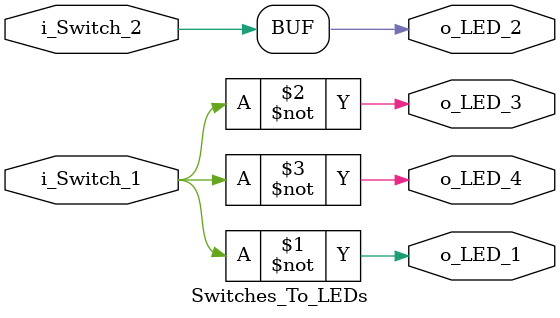
<source format=v>
module Switches_To_LEDs
 (input  i_Switch_1,
  input  i_Switch_2,
  output o_LED_1,
  output o_LED_2,
  output o_LED_3,
  output o_LED_4);

  assign o_LED_1 = ~i_Switch_1;
  assign o_LED_2 = i_Switch_2;
  assign o_LED_3 = ~i_Switch_1;
  assign o_LED_4 = ~i_Switch_1;

endmodule
</source>
